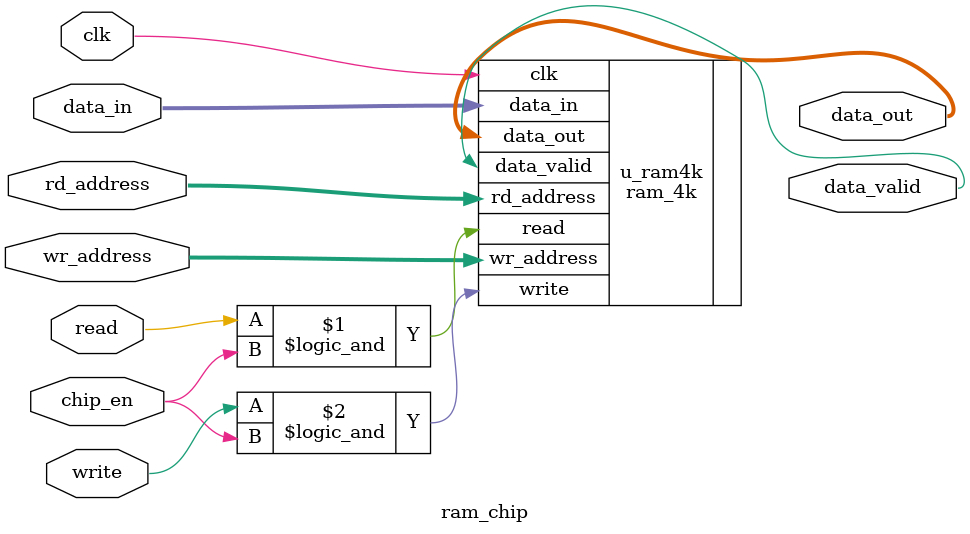
<source format=v>
`define RAM_WIDTH 64
`define ADDR_SIZE 12

module ram_chip (
    input  clk,
    input  [`RAM_WIDTH-1:0] data_in,
    input  [`ADDR_SIZE-1:0] rd_address,
    input  [`ADDR_SIZE-1:0] wr_address,
    input  read,
    input  write,
    input  chip_en,               // Chip select
    output tri [`RAM_WIDTH-1:0] data_out,
    output data_valid
);

    // Instantiate ram_4k directly (non-parameterized)
    ram_4k u_ram4k (
        .clk(clk),
        .data_in(data_in),
        .rd_address(rd_address),
        .wr_address(wr_address),
        .read(read && chip_en),    // Enable read only if chip is selected
        .write(write && chip_en),  // Enable write only if chip is selected
        .data_out(data_out),
        .data_valid(data_valid)
    );

endmodule

</source>
